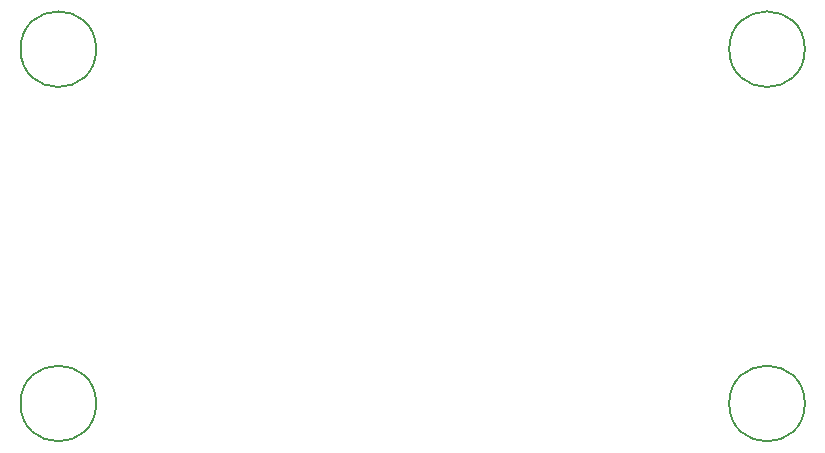
<source format=gbr>
%TF.GenerationSoftware,KiCad,Pcbnew,8.0.0*%
%TF.CreationDate,2024-03-11T16:38:21+11:00*%
%TF.ProjectId,split-flap-units,73706c69-742d-4666-9c61-702d756e6974,rev?*%
%TF.SameCoordinates,Original*%
%TF.FileFunction,Other,Comment*%
%FSLAX46Y46*%
G04 Gerber Fmt 4.6, Leading zero omitted, Abs format (unit mm)*
G04 Created by KiCad (PCBNEW 8.0.0) date 2024-03-11 16:38:21*
%MOMM*%
%LPD*%
G01*
G04 APERTURE LIST*
%ADD10C,0.150000*%
G04 APERTURE END LIST*
D10*
%TO.C,REF3*%
X112275000Y-123650000D02*
G75*
G02*
X105875000Y-123650000I-3200000J0D01*
G01*
X105875000Y-123650000D02*
G75*
G02*
X112275000Y-123650000I3200000J0D01*
G01*
%TO.C,REF4*%
X172275000Y-123650000D02*
G75*
G02*
X165875000Y-123650000I-3200000J0D01*
G01*
X165875000Y-123650000D02*
G75*
G02*
X172275000Y-123650000I3200000J0D01*
G01*
%TO.C,REF2*%
X172275000Y-93650000D02*
G75*
G02*
X165875000Y-93650000I-3200000J0D01*
G01*
X165875000Y-93650000D02*
G75*
G02*
X172275000Y-93650000I3200000J0D01*
G01*
%TO.C,REF1*%
X112275000Y-93650000D02*
G75*
G02*
X105875000Y-93650000I-3200000J0D01*
G01*
X105875000Y-93650000D02*
G75*
G02*
X112275000Y-93650000I3200000J0D01*
G01*
%TD*%
M02*

</source>
